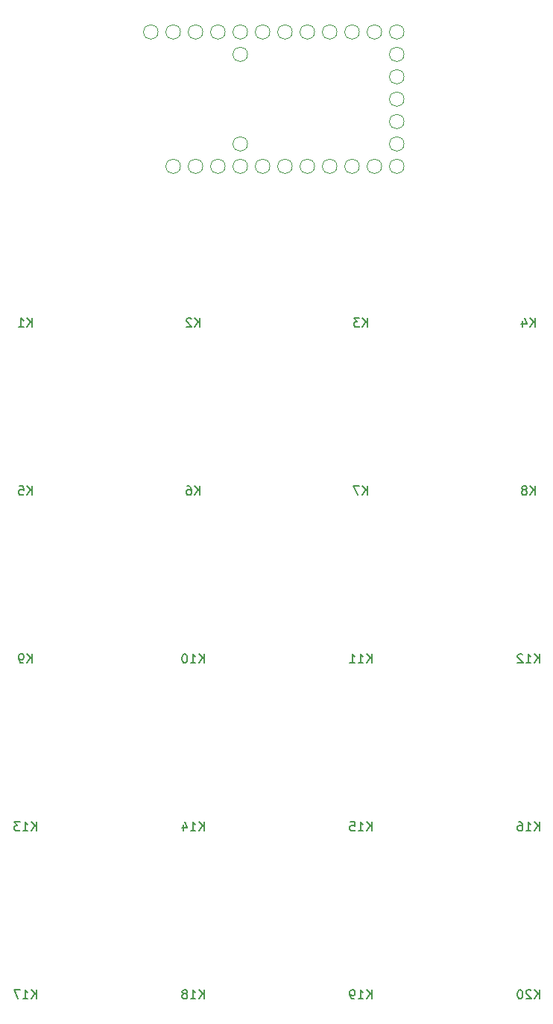
<source format=gbr>
G04 #@! TF.FileFunction,Legend,Bot*
%FSLAX46Y46*%
G04 Gerber Fmt 4.6, Leading zero omitted, Abs format (unit mm)*
G04 Created by KiCad (PCBNEW 4.0.6) date 02/17/18 19:20:01*
%MOMM*%
%LPD*%
G01*
G04 APERTURE LIST*
%ADD10C,0.100000*%
%ADD11C,0.200000*%
G04 APERTURE END LIST*
D10*
X157290300Y-50038000D02*
G75*
G03X157290300Y-50038000I-826300J0D01*
G01*
X159830300Y-50038000D02*
G75*
G03X159830300Y-50038000I-826300J0D01*
G01*
X162370300Y-50038000D02*
G75*
G03X162370300Y-50038000I-826300J0D01*
G01*
X164910300Y-50038000D02*
G75*
G03X164910300Y-50038000I-826300J0D01*
G01*
X167450300Y-50038000D02*
G75*
G03X167450300Y-50038000I-826300J0D01*
G01*
X169990300Y-50038000D02*
G75*
G03X169990300Y-50038000I-826300J0D01*
G01*
X172530300Y-50038000D02*
G75*
G03X172530300Y-50038000I-826300J0D01*
G01*
X175070300Y-50038000D02*
G75*
G03X175070300Y-50038000I-826300J0D01*
G01*
X177610300Y-50038000D02*
G75*
G03X177610300Y-50038000I-826300J0D01*
G01*
X180150300Y-50038000D02*
G75*
G03X180150300Y-50038000I-826300J0D01*
G01*
X182690300Y-50038000D02*
G75*
G03X182690300Y-50038000I-826300J0D01*
G01*
X182690300Y-47498000D02*
G75*
G03X182690300Y-47498000I-826300J0D01*
G01*
X182690300Y-44958000D02*
G75*
G03X182690300Y-44958000I-826300J0D01*
G01*
X182690300Y-42418000D02*
G75*
G03X182690300Y-42418000I-826300J0D01*
G01*
X182690300Y-39878000D02*
G75*
G03X182690300Y-39878000I-826300J0D01*
G01*
X182690300Y-37338000D02*
G75*
G03X182690300Y-37338000I-826300J0D01*
G01*
X182690300Y-34798000D02*
G75*
G03X182690300Y-34798000I-826300J0D01*
G01*
X180150300Y-34798000D02*
G75*
G03X180150300Y-34798000I-826300J0D01*
G01*
X177610300Y-34798000D02*
G75*
G03X177610300Y-34798000I-826300J0D01*
G01*
X175070300Y-34798000D02*
G75*
G03X175070300Y-34798000I-826300J0D01*
G01*
X172530300Y-34798000D02*
G75*
G03X172530300Y-34798000I-826300J0D01*
G01*
X169990300Y-34798000D02*
G75*
G03X169990300Y-34798000I-826300J0D01*
G01*
X167450300Y-34798000D02*
G75*
G03X167450300Y-34798000I-826300J0D01*
G01*
X164910300Y-34798000D02*
G75*
G03X164910300Y-34798000I-826300J0D01*
G01*
X162370300Y-34798000D02*
G75*
G03X162370300Y-34798000I-826300J0D01*
G01*
X159830300Y-34798000D02*
G75*
G03X159830300Y-34798000I-826300J0D01*
G01*
X157290300Y-34798000D02*
G75*
G03X157290300Y-34798000I-826300J0D01*
G01*
X154750300Y-34798000D02*
G75*
G03X154750300Y-34798000I-826300J0D01*
G01*
X164910300Y-37338000D02*
G75*
G03X164910300Y-37338000I-826300J0D01*
G01*
X164910300Y-47498000D02*
G75*
G03X164910300Y-47498000I-826300J0D01*
G01*
D11*
X140438095Y-68270381D02*
X140438095Y-67270381D01*
X139866666Y-68270381D02*
X140295238Y-67698952D01*
X139866666Y-67270381D02*
X140438095Y-67841810D01*
X138914285Y-68270381D02*
X139485714Y-68270381D01*
X139200000Y-68270381D02*
X139200000Y-67270381D01*
X139295238Y-67413238D01*
X139390476Y-67508476D01*
X139485714Y-67556095D01*
X159488095Y-68270381D02*
X159488095Y-67270381D01*
X158916666Y-68270381D02*
X159345238Y-67698952D01*
X158916666Y-67270381D02*
X159488095Y-67841810D01*
X158535714Y-67365619D02*
X158488095Y-67318000D01*
X158392857Y-67270381D01*
X158154761Y-67270381D01*
X158059523Y-67318000D01*
X158011904Y-67365619D01*
X157964285Y-67460857D01*
X157964285Y-67556095D01*
X158011904Y-67698952D01*
X158583333Y-68270381D01*
X157964285Y-68270381D01*
X178538095Y-68270381D02*
X178538095Y-67270381D01*
X177966666Y-68270381D02*
X178395238Y-67698952D01*
X177966666Y-67270381D02*
X178538095Y-67841810D01*
X177633333Y-67270381D02*
X177014285Y-67270381D01*
X177347619Y-67651333D01*
X177204761Y-67651333D01*
X177109523Y-67698952D01*
X177061904Y-67746571D01*
X177014285Y-67841810D01*
X177014285Y-68079905D01*
X177061904Y-68175143D01*
X177109523Y-68222762D01*
X177204761Y-68270381D01*
X177490476Y-68270381D01*
X177585714Y-68222762D01*
X177633333Y-68175143D01*
X197588095Y-68270381D02*
X197588095Y-67270381D01*
X197016666Y-68270381D02*
X197445238Y-67698952D01*
X197016666Y-67270381D02*
X197588095Y-67841810D01*
X196159523Y-67603714D02*
X196159523Y-68270381D01*
X196397619Y-67222762D02*
X196635714Y-67937048D01*
X196016666Y-67937048D01*
X140438095Y-87320381D02*
X140438095Y-86320381D01*
X139866666Y-87320381D02*
X140295238Y-86748952D01*
X139866666Y-86320381D02*
X140438095Y-86891810D01*
X138961904Y-86320381D02*
X139438095Y-86320381D01*
X139485714Y-86796571D01*
X139438095Y-86748952D01*
X139342857Y-86701333D01*
X139104761Y-86701333D01*
X139009523Y-86748952D01*
X138961904Y-86796571D01*
X138914285Y-86891810D01*
X138914285Y-87129905D01*
X138961904Y-87225143D01*
X139009523Y-87272762D01*
X139104761Y-87320381D01*
X139342857Y-87320381D01*
X139438095Y-87272762D01*
X139485714Y-87225143D01*
X159488095Y-87320381D02*
X159488095Y-86320381D01*
X158916666Y-87320381D02*
X159345238Y-86748952D01*
X158916666Y-86320381D02*
X159488095Y-86891810D01*
X158059523Y-86320381D02*
X158250000Y-86320381D01*
X158345238Y-86368000D01*
X158392857Y-86415619D01*
X158488095Y-86558476D01*
X158535714Y-86748952D01*
X158535714Y-87129905D01*
X158488095Y-87225143D01*
X158440476Y-87272762D01*
X158345238Y-87320381D01*
X158154761Y-87320381D01*
X158059523Y-87272762D01*
X158011904Y-87225143D01*
X157964285Y-87129905D01*
X157964285Y-86891810D01*
X158011904Y-86796571D01*
X158059523Y-86748952D01*
X158154761Y-86701333D01*
X158345238Y-86701333D01*
X158440476Y-86748952D01*
X158488095Y-86796571D01*
X158535714Y-86891810D01*
X178538095Y-87320381D02*
X178538095Y-86320381D01*
X177966666Y-87320381D02*
X178395238Y-86748952D01*
X177966666Y-86320381D02*
X178538095Y-86891810D01*
X177633333Y-86320381D02*
X176966666Y-86320381D01*
X177395238Y-87320381D01*
X197588095Y-87320381D02*
X197588095Y-86320381D01*
X197016666Y-87320381D02*
X197445238Y-86748952D01*
X197016666Y-86320381D02*
X197588095Y-86891810D01*
X196445238Y-86748952D02*
X196540476Y-86701333D01*
X196588095Y-86653714D01*
X196635714Y-86558476D01*
X196635714Y-86510857D01*
X196588095Y-86415619D01*
X196540476Y-86368000D01*
X196445238Y-86320381D01*
X196254761Y-86320381D01*
X196159523Y-86368000D01*
X196111904Y-86415619D01*
X196064285Y-86510857D01*
X196064285Y-86558476D01*
X196111904Y-86653714D01*
X196159523Y-86701333D01*
X196254761Y-86748952D01*
X196445238Y-86748952D01*
X196540476Y-86796571D01*
X196588095Y-86844190D01*
X196635714Y-86939429D01*
X196635714Y-87129905D01*
X196588095Y-87225143D01*
X196540476Y-87272762D01*
X196445238Y-87320381D01*
X196254761Y-87320381D01*
X196159523Y-87272762D01*
X196111904Y-87225143D01*
X196064285Y-87129905D01*
X196064285Y-86939429D01*
X196111904Y-86844190D01*
X196159523Y-86796571D01*
X196254761Y-86748952D01*
X140438095Y-106370381D02*
X140438095Y-105370381D01*
X139866666Y-106370381D02*
X140295238Y-105798952D01*
X139866666Y-105370381D02*
X140438095Y-105941810D01*
X139390476Y-106370381D02*
X139200000Y-106370381D01*
X139104761Y-106322762D01*
X139057142Y-106275143D01*
X138961904Y-106132286D01*
X138914285Y-105941810D01*
X138914285Y-105560857D01*
X138961904Y-105465619D01*
X139009523Y-105418000D01*
X139104761Y-105370381D01*
X139295238Y-105370381D01*
X139390476Y-105418000D01*
X139438095Y-105465619D01*
X139485714Y-105560857D01*
X139485714Y-105798952D01*
X139438095Y-105894190D01*
X139390476Y-105941810D01*
X139295238Y-105989429D01*
X139104761Y-105989429D01*
X139009523Y-105941810D01*
X138961904Y-105894190D01*
X138914285Y-105798952D01*
X159964286Y-106370381D02*
X159964286Y-105370381D01*
X159392857Y-106370381D02*
X159821429Y-105798952D01*
X159392857Y-105370381D02*
X159964286Y-105941810D01*
X158440476Y-106370381D02*
X159011905Y-106370381D01*
X158726191Y-106370381D02*
X158726191Y-105370381D01*
X158821429Y-105513238D01*
X158916667Y-105608476D01*
X159011905Y-105656095D01*
X157821429Y-105370381D02*
X157726190Y-105370381D01*
X157630952Y-105418000D01*
X157583333Y-105465619D01*
X157535714Y-105560857D01*
X157488095Y-105751333D01*
X157488095Y-105989429D01*
X157535714Y-106179905D01*
X157583333Y-106275143D01*
X157630952Y-106322762D01*
X157726190Y-106370381D01*
X157821429Y-106370381D01*
X157916667Y-106322762D01*
X157964286Y-106275143D01*
X158011905Y-106179905D01*
X158059524Y-105989429D01*
X158059524Y-105751333D01*
X158011905Y-105560857D01*
X157964286Y-105465619D01*
X157916667Y-105418000D01*
X157821429Y-105370381D01*
X179014286Y-106370381D02*
X179014286Y-105370381D01*
X178442857Y-106370381D02*
X178871429Y-105798952D01*
X178442857Y-105370381D02*
X179014286Y-105941810D01*
X177490476Y-106370381D02*
X178061905Y-106370381D01*
X177776191Y-106370381D02*
X177776191Y-105370381D01*
X177871429Y-105513238D01*
X177966667Y-105608476D01*
X178061905Y-105656095D01*
X176538095Y-106370381D02*
X177109524Y-106370381D01*
X176823810Y-106370381D02*
X176823810Y-105370381D01*
X176919048Y-105513238D01*
X177014286Y-105608476D01*
X177109524Y-105656095D01*
X198064286Y-106370381D02*
X198064286Y-105370381D01*
X197492857Y-106370381D02*
X197921429Y-105798952D01*
X197492857Y-105370381D02*
X198064286Y-105941810D01*
X196540476Y-106370381D02*
X197111905Y-106370381D01*
X196826191Y-106370381D02*
X196826191Y-105370381D01*
X196921429Y-105513238D01*
X197016667Y-105608476D01*
X197111905Y-105656095D01*
X196159524Y-105465619D02*
X196111905Y-105418000D01*
X196016667Y-105370381D01*
X195778571Y-105370381D01*
X195683333Y-105418000D01*
X195635714Y-105465619D01*
X195588095Y-105560857D01*
X195588095Y-105656095D01*
X195635714Y-105798952D01*
X196207143Y-106370381D01*
X195588095Y-106370381D01*
X140914286Y-125420381D02*
X140914286Y-124420381D01*
X140342857Y-125420381D02*
X140771429Y-124848952D01*
X140342857Y-124420381D02*
X140914286Y-124991810D01*
X139390476Y-125420381D02*
X139961905Y-125420381D01*
X139676191Y-125420381D02*
X139676191Y-124420381D01*
X139771429Y-124563238D01*
X139866667Y-124658476D01*
X139961905Y-124706095D01*
X139057143Y-124420381D02*
X138438095Y-124420381D01*
X138771429Y-124801333D01*
X138628571Y-124801333D01*
X138533333Y-124848952D01*
X138485714Y-124896571D01*
X138438095Y-124991810D01*
X138438095Y-125229905D01*
X138485714Y-125325143D01*
X138533333Y-125372762D01*
X138628571Y-125420381D01*
X138914286Y-125420381D01*
X139009524Y-125372762D01*
X139057143Y-125325143D01*
X159964286Y-125420381D02*
X159964286Y-124420381D01*
X159392857Y-125420381D02*
X159821429Y-124848952D01*
X159392857Y-124420381D02*
X159964286Y-124991810D01*
X158440476Y-125420381D02*
X159011905Y-125420381D01*
X158726191Y-125420381D02*
X158726191Y-124420381D01*
X158821429Y-124563238D01*
X158916667Y-124658476D01*
X159011905Y-124706095D01*
X157583333Y-124753714D02*
X157583333Y-125420381D01*
X157821429Y-124372762D02*
X158059524Y-125087048D01*
X157440476Y-125087048D01*
X179014286Y-125420381D02*
X179014286Y-124420381D01*
X178442857Y-125420381D02*
X178871429Y-124848952D01*
X178442857Y-124420381D02*
X179014286Y-124991810D01*
X177490476Y-125420381D02*
X178061905Y-125420381D01*
X177776191Y-125420381D02*
X177776191Y-124420381D01*
X177871429Y-124563238D01*
X177966667Y-124658476D01*
X178061905Y-124706095D01*
X176585714Y-124420381D02*
X177061905Y-124420381D01*
X177109524Y-124896571D01*
X177061905Y-124848952D01*
X176966667Y-124801333D01*
X176728571Y-124801333D01*
X176633333Y-124848952D01*
X176585714Y-124896571D01*
X176538095Y-124991810D01*
X176538095Y-125229905D01*
X176585714Y-125325143D01*
X176633333Y-125372762D01*
X176728571Y-125420381D01*
X176966667Y-125420381D01*
X177061905Y-125372762D01*
X177109524Y-125325143D01*
X198064286Y-125420381D02*
X198064286Y-124420381D01*
X197492857Y-125420381D02*
X197921429Y-124848952D01*
X197492857Y-124420381D02*
X198064286Y-124991810D01*
X196540476Y-125420381D02*
X197111905Y-125420381D01*
X196826191Y-125420381D02*
X196826191Y-124420381D01*
X196921429Y-124563238D01*
X197016667Y-124658476D01*
X197111905Y-124706095D01*
X195683333Y-124420381D02*
X195873810Y-124420381D01*
X195969048Y-124468000D01*
X196016667Y-124515619D01*
X196111905Y-124658476D01*
X196159524Y-124848952D01*
X196159524Y-125229905D01*
X196111905Y-125325143D01*
X196064286Y-125372762D01*
X195969048Y-125420381D01*
X195778571Y-125420381D01*
X195683333Y-125372762D01*
X195635714Y-125325143D01*
X195588095Y-125229905D01*
X195588095Y-124991810D01*
X195635714Y-124896571D01*
X195683333Y-124848952D01*
X195778571Y-124801333D01*
X195969048Y-124801333D01*
X196064286Y-124848952D01*
X196111905Y-124896571D01*
X196159524Y-124991810D01*
X140914286Y-144470381D02*
X140914286Y-143470381D01*
X140342857Y-144470381D02*
X140771429Y-143898952D01*
X140342857Y-143470381D02*
X140914286Y-144041810D01*
X139390476Y-144470381D02*
X139961905Y-144470381D01*
X139676191Y-144470381D02*
X139676191Y-143470381D01*
X139771429Y-143613238D01*
X139866667Y-143708476D01*
X139961905Y-143756095D01*
X139057143Y-143470381D02*
X138390476Y-143470381D01*
X138819048Y-144470381D01*
X159964286Y-144470381D02*
X159964286Y-143470381D01*
X159392857Y-144470381D02*
X159821429Y-143898952D01*
X159392857Y-143470381D02*
X159964286Y-144041810D01*
X158440476Y-144470381D02*
X159011905Y-144470381D01*
X158726191Y-144470381D02*
X158726191Y-143470381D01*
X158821429Y-143613238D01*
X158916667Y-143708476D01*
X159011905Y-143756095D01*
X157869048Y-143898952D02*
X157964286Y-143851333D01*
X158011905Y-143803714D01*
X158059524Y-143708476D01*
X158059524Y-143660857D01*
X158011905Y-143565619D01*
X157964286Y-143518000D01*
X157869048Y-143470381D01*
X157678571Y-143470381D01*
X157583333Y-143518000D01*
X157535714Y-143565619D01*
X157488095Y-143660857D01*
X157488095Y-143708476D01*
X157535714Y-143803714D01*
X157583333Y-143851333D01*
X157678571Y-143898952D01*
X157869048Y-143898952D01*
X157964286Y-143946571D01*
X158011905Y-143994190D01*
X158059524Y-144089429D01*
X158059524Y-144279905D01*
X158011905Y-144375143D01*
X157964286Y-144422762D01*
X157869048Y-144470381D01*
X157678571Y-144470381D01*
X157583333Y-144422762D01*
X157535714Y-144375143D01*
X157488095Y-144279905D01*
X157488095Y-144089429D01*
X157535714Y-143994190D01*
X157583333Y-143946571D01*
X157678571Y-143898952D01*
X179014286Y-144470381D02*
X179014286Y-143470381D01*
X178442857Y-144470381D02*
X178871429Y-143898952D01*
X178442857Y-143470381D02*
X179014286Y-144041810D01*
X177490476Y-144470381D02*
X178061905Y-144470381D01*
X177776191Y-144470381D02*
X177776191Y-143470381D01*
X177871429Y-143613238D01*
X177966667Y-143708476D01*
X178061905Y-143756095D01*
X177014286Y-144470381D02*
X176823810Y-144470381D01*
X176728571Y-144422762D01*
X176680952Y-144375143D01*
X176585714Y-144232286D01*
X176538095Y-144041810D01*
X176538095Y-143660857D01*
X176585714Y-143565619D01*
X176633333Y-143518000D01*
X176728571Y-143470381D01*
X176919048Y-143470381D01*
X177014286Y-143518000D01*
X177061905Y-143565619D01*
X177109524Y-143660857D01*
X177109524Y-143898952D01*
X177061905Y-143994190D01*
X177014286Y-144041810D01*
X176919048Y-144089429D01*
X176728571Y-144089429D01*
X176633333Y-144041810D01*
X176585714Y-143994190D01*
X176538095Y-143898952D01*
X198064286Y-144470381D02*
X198064286Y-143470381D01*
X197492857Y-144470381D02*
X197921429Y-143898952D01*
X197492857Y-143470381D02*
X198064286Y-144041810D01*
X197111905Y-143565619D02*
X197064286Y-143518000D01*
X196969048Y-143470381D01*
X196730952Y-143470381D01*
X196635714Y-143518000D01*
X196588095Y-143565619D01*
X196540476Y-143660857D01*
X196540476Y-143756095D01*
X196588095Y-143898952D01*
X197159524Y-144470381D01*
X196540476Y-144470381D01*
X195921429Y-143470381D02*
X195826190Y-143470381D01*
X195730952Y-143518000D01*
X195683333Y-143565619D01*
X195635714Y-143660857D01*
X195588095Y-143851333D01*
X195588095Y-144089429D01*
X195635714Y-144279905D01*
X195683333Y-144375143D01*
X195730952Y-144422762D01*
X195826190Y-144470381D01*
X195921429Y-144470381D01*
X196016667Y-144422762D01*
X196064286Y-144375143D01*
X196111905Y-144279905D01*
X196159524Y-144089429D01*
X196159524Y-143851333D01*
X196111905Y-143660857D01*
X196064286Y-143565619D01*
X196016667Y-143518000D01*
X195921429Y-143470381D01*
M02*

</source>
